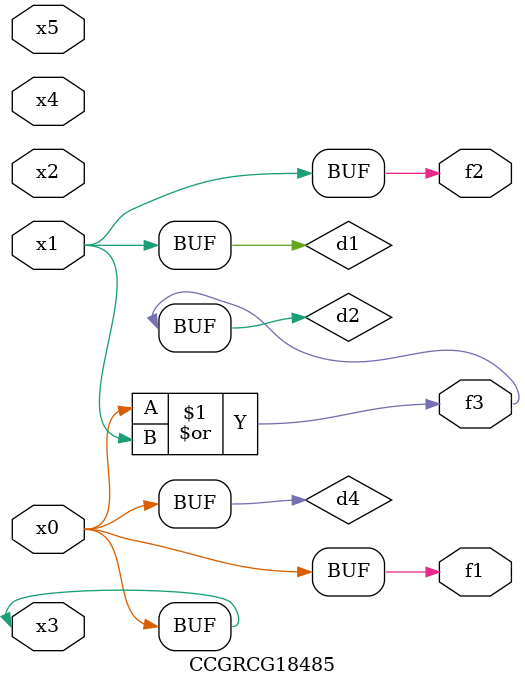
<source format=v>
module CCGRCG18485(
	input x0, x1, x2, x3, x4, x5,
	output f1, f2, f3
);

	wire d1, d2, d3, d4;

	and (d1, x1);
	or (d2, x0, x1);
	nand (d3, x0, x5);
	buf (d4, x0, x3);
	assign f1 = d4;
	assign f2 = d1;
	assign f3 = d2;
endmodule

</source>
